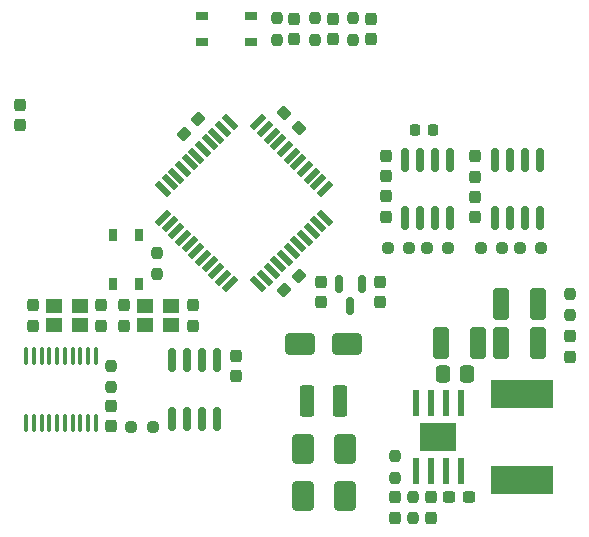
<source format=gbr>
%TF.GenerationSoftware,KiCad,Pcbnew,8.0.2*%
%TF.CreationDate,2024-06-12T01:24:27+02:00*%
%TF.ProjectId,JK-BMS_CAN,4a4b2d42-4d53-45f4-9341-4e2e6b696361,rev?*%
%TF.SameCoordinates,Original*%
%TF.FileFunction,Paste,Top*%
%TF.FilePolarity,Positive*%
%FSLAX46Y46*%
G04 Gerber Fmt 4.6, Leading zero omitted, Abs format (unit mm)*
G04 Created by KiCad (PCBNEW 8.0.2) date 2024-06-12 01:24:27*
%MOMM*%
%LPD*%
G01*
G04 APERTURE LIST*
G04 Aperture macros list*
%AMRoundRect*
0 Rectangle with rounded corners*
0 $1 Rounding radius*
0 $2 $3 $4 $5 $6 $7 $8 $9 X,Y pos of 4 corners*
0 Add a 4 corners polygon primitive as box body*
4,1,4,$2,$3,$4,$5,$6,$7,$8,$9,$2,$3,0*
0 Add four circle primitives for the rounded corners*
1,1,$1+$1,$2,$3*
1,1,$1+$1,$4,$5*
1,1,$1+$1,$6,$7*
1,1,$1+$1,$8,$9*
0 Add four rect primitives between the rounded corners*
20,1,$1+$1,$2,$3,$4,$5,0*
20,1,$1+$1,$4,$5,$6,$7,0*
20,1,$1+$1,$6,$7,$8,$9,0*
20,1,$1+$1,$8,$9,$2,$3,0*%
%AMRotRect*
0 Rectangle, with rotation*
0 The origin of the aperture is its center*
0 $1 length*
0 $2 width*
0 $3 Rotation angle, in degrees counterclockwise*
0 Add horizontal line*
21,1,$1,$2,0,0,$3*%
G04 Aperture macros list end*
%ADD10RoundRect,0.237500X0.237500X-0.287500X0.237500X0.287500X-0.237500X0.287500X-0.237500X-0.287500X0*%
%ADD11RoundRect,0.237500X0.237500X-0.300000X0.237500X0.300000X-0.237500X0.300000X-0.237500X-0.300000X0*%
%ADD12RoundRect,0.237500X0.250000X0.237500X-0.250000X0.237500X-0.250000X-0.237500X0.250000X-0.237500X0*%
%ADD13RoundRect,0.237500X-0.237500X0.300000X-0.237500X-0.300000X0.237500X-0.300000X0.237500X0.300000X0*%
%ADD14RoundRect,0.237500X-0.237500X0.250000X-0.237500X-0.250000X0.237500X-0.250000X0.237500X0.250000X0*%
%ADD15RoundRect,0.250000X1.000000X0.650000X-1.000000X0.650000X-1.000000X-0.650000X1.000000X-0.650000X0*%
%ADD16RoundRect,0.237500X-0.044194X-0.380070X0.380070X0.044194X0.044194X0.380070X-0.380070X-0.044194X0*%
%ADD17RoundRect,0.250000X-0.650000X1.000000X-0.650000X-1.000000X0.650000X-1.000000X0.650000X1.000000X0*%
%ADD18RoundRect,0.237500X0.237500X-0.250000X0.237500X0.250000X-0.237500X0.250000X-0.237500X-0.250000X0*%
%ADD19RoundRect,0.100000X-0.100000X0.637500X-0.100000X-0.637500X0.100000X-0.637500X0.100000X0.637500X0*%
%ADD20RoundRect,0.250000X-0.375000X-1.075000X0.375000X-1.075000X0.375000X1.075000X-0.375000X1.075000X0*%
%ADD21RoundRect,0.250000X-0.337500X-0.475000X0.337500X-0.475000X0.337500X0.475000X-0.337500X0.475000X0*%
%ADD22R,1.400000X1.200000*%
%ADD23RoundRect,0.150000X0.150000X-0.825000X0.150000X0.825000X-0.150000X0.825000X-0.150000X-0.825000X0*%
%ADD24R,5.334000X2.413000*%
%ADD25RoundRect,0.150000X-0.150000X0.825000X-0.150000X-0.825000X0.150000X-0.825000X0.150000X0.825000X0*%
%ADD26RoundRect,0.218750X0.218750X0.256250X-0.218750X0.256250X-0.218750X-0.256250X0.218750X-0.256250X0*%
%ADD27RoundRect,0.237500X0.044194X0.380070X-0.380070X-0.044194X-0.044194X-0.380070X0.380070X0.044194X0*%
%ADD28RoundRect,0.237500X-0.250000X-0.237500X0.250000X-0.237500X0.250000X0.237500X-0.250000X0.237500X0*%
%ADD29RoundRect,0.237500X-0.300000X-0.237500X0.300000X-0.237500X0.300000X0.237500X-0.300000X0.237500X0*%
%ADD30RoundRect,0.150000X-0.150000X0.587500X-0.150000X-0.587500X0.150000X-0.587500X0.150000X0.587500X0*%
%ADD31R,1.050000X0.650000*%
%ADD32RoundRect,0.250000X-0.412500X-1.100000X0.412500X-1.100000X0.412500X1.100000X-0.412500X1.100000X0*%
%ADD33R,3.100000X2.400000*%
%ADD34R,0.500000X2.200000*%
%ADD35RotRect,1.500000X0.550000X45.000000*%
%ADD36RotRect,1.500000X0.550000X135.000000*%
%ADD37RoundRect,0.250000X0.412500X1.100000X-0.412500X1.100000X-0.412500X-1.100000X0.412500X-1.100000X0*%
%ADD38R,0.650000X1.050000*%
%ADD39RoundRect,0.237500X0.380070X-0.044194X-0.044194X0.380070X-0.380070X0.044194X0.044194X-0.380070X0*%
G04 APERTURE END LIST*
D10*
%TO.C,D4*%
X131318000Y-103999000D03*
X131318000Y-102249000D03*
%TD*%
D11*
%TO.C,C21*%
X92500000Y-109862500D03*
X92500000Y-108137500D03*
%TD*%
D12*
%TO.C,R13*%
X96012500Y-109950000D03*
X94187500Y-109950000D03*
%TD*%
D11*
%TO.C,C15*%
X93600000Y-101362500D03*
X93600000Y-99637500D03*
%TD*%
D13*
%TO.C,C22*%
X103095000Y-103887500D03*
X103095000Y-105612500D03*
%TD*%
D14*
%TO.C,R7*%
X131318000Y-98655500D03*
X131318000Y-100480500D03*
%TD*%
D15*
%TO.C,D3*%
X112490000Y-102870000D03*
X108490000Y-102870000D03*
%TD*%
D14*
%TO.C,R5*%
X118033800Y-115851300D03*
X118033800Y-117676300D03*
%TD*%
D13*
%TO.C,C13*%
X110250000Y-97637500D03*
X110250000Y-99362500D03*
%TD*%
%TO.C,C14*%
X99400000Y-99637500D03*
X99400000Y-101362500D03*
%TD*%
D16*
%TO.C,C17*%
X98640120Y-85109880D03*
X99859880Y-83890120D03*
%TD*%
D13*
%TO.C,C9*%
X116509800Y-115901300D03*
X116509800Y-117626300D03*
%TD*%
D17*
%TO.C,D2*%
X112268000Y-111792000D03*
X112268000Y-115792000D03*
%TD*%
D12*
%TO.C,R3*%
X125610500Y-94750000D03*
X123785500Y-94750000D03*
%TD*%
D18*
%TO.C,R9*%
X106500000Y-77162500D03*
X106500000Y-75337500D03*
%TD*%
D19*
%TO.C,U6*%
X91175000Y-103887500D03*
X90525000Y-103887500D03*
X89875000Y-103887500D03*
X89225000Y-103887500D03*
X88575000Y-103887500D03*
X87925000Y-103887500D03*
X87275000Y-103887500D03*
X86625000Y-103887500D03*
X85975000Y-103887500D03*
X85325000Y-103887500D03*
X85325000Y-109612500D03*
X85975000Y-109612500D03*
X86625000Y-109612500D03*
X87275000Y-109612500D03*
X87925000Y-109612500D03*
X88575000Y-109612500D03*
X89225000Y-109612500D03*
X89875000Y-109612500D03*
X90525000Y-109612500D03*
X91175000Y-109612500D03*
%TD*%
D20*
%TO.C,F1*%
X109090000Y-107696000D03*
X111890000Y-107696000D03*
%TD*%
D13*
%TO.C,C19*%
X91650000Y-99637500D03*
X91650000Y-101362500D03*
%TD*%
D12*
%TO.C,R1*%
X117736500Y-94750000D03*
X115911500Y-94750000D03*
%TD*%
D21*
%TO.C,C2*%
X120552300Y-105460800D03*
X122627300Y-105460800D03*
%TD*%
D22*
%TO.C,Y2*%
X89850000Y-99700000D03*
X87650000Y-99700000D03*
X87650000Y-101300000D03*
X89850000Y-101300000D03*
%TD*%
D11*
%TO.C,C23*%
X84750000Y-84362500D03*
X84750000Y-82637500D03*
%TD*%
D14*
%TO.C,R8*%
X96400000Y-95187500D03*
X96400000Y-97012500D03*
%TD*%
D23*
%TO.C,U3*%
X124980400Y-92248500D03*
X126250400Y-92248500D03*
X127520400Y-92248500D03*
X128790400Y-92248500D03*
X128790400Y-87298500D03*
X127520400Y-87298500D03*
X126250400Y-87298500D03*
X124980400Y-87298500D03*
%TD*%
D24*
%TO.C,L1*%
X127304800Y-114413800D03*
X127304800Y-107175800D03*
%TD*%
D17*
%TO.C,D1*%
X108712000Y-111792000D03*
X108712000Y-115792000D03*
%TD*%
D10*
%TO.C,D8*%
X114500000Y-77125000D03*
X114500000Y-75375000D03*
%TD*%
D25*
%TO.C,U7*%
X101500000Y-104275000D03*
X100230000Y-104275000D03*
X98960000Y-104275000D03*
X97690000Y-104275000D03*
X97690000Y-109225000D03*
X98960000Y-109225000D03*
X100230000Y-109225000D03*
X101500000Y-109225000D03*
%TD*%
D26*
%TO.C,D5*%
X119787500Y-84750000D03*
X118212500Y-84750000D03*
%TD*%
D27*
%TO.C,C18*%
X108359880Y-97140120D03*
X107140120Y-98359880D03*
%TD*%
D18*
%TO.C,R11*%
X113000000Y-77162500D03*
X113000000Y-75337500D03*
%TD*%
D10*
%TO.C,D6*%
X108000000Y-77125000D03*
X108000000Y-75375000D03*
%TD*%
D28*
%TO.C,R4*%
X127087500Y-94750000D03*
X128912500Y-94750000D03*
%TD*%
D22*
%TO.C,Y1*%
X97600000Y-99700000D03*
X95400000Y-99700000D03*
X95400000Y-101300000D03*
X97600000Y-101300000D03*
%TD*%
D11*
%TO.C,C20*%
X85850000Y-101362500D03*
X85850000Y-99637500D03*
%TD*%
D29*
%TO.C,C6*%
X121108300Y-115874800D03*
X122833300Y-115874800D03*
%TD*%
D28*
%TO.C,R2*%
X119213500Y-94750000D03*
X121038500Y-94750000D03*
%TD*%
D30*
%TO.C,U4*%
X113700000Y-97812500D03*
X111800000Y-97812500D03*
X112750000Y-99687500D03*
%TD*%
D13*
%TO.C,C3*%
X119557800Y-115901300D03*
X119557800Y-117626300D03*
%TD*%
D31*
%TO.C,SW2*%
X104325000Y-77325000D03*
X100175000Y-77325000D03*
X104325000Y-75175000D03*
X100200000Y-75175000D03*
%TD*%
D14*
%TO.C,R12*%
X92500000Y-104737500D03*
X92500000Y-106562500D03*
%TD*%
D18*
%TO.C,R10*%
X109750000Y-77162500D03*
X109750000Y-75337500D03*
%TD*%
D13*
%TO.C,C7*%
X115750000Y-86958500D03*
X115750000Y-88683500D03*
%TD*%
D32*
%TO.C,C1*%
X120408300Y-102793800D03*
X123533300Y-102793800D03*
%TD*%
D10*
%TO.C,D7*%
X111250000Y-77125000D03*
X111250000Y-75375000D03*
%TD*%
D11*
%TO.C,C5*%
X123326400Y-92160000D03*
X123326400Y-90435000D03*
%TD*%
D33*
%TO.C,U1*%
X120192800Y-110794800D03*
D34*
X122097800Y-107919800D03*
X120827800Y-107919800D03*
X119557800Y-107919800D03*
X118287800Y-107919800D03*
X118287800Y-113669800D03*
X119557800Y-113669800D03*
X120827800Y-113669800D03*
X122097800Y-113669800D03*
%TD*%
D35*
%TO.C,U5*%
X96891064Y-92202082D03*
X97456750Y-92767767D03*
X98022435Y-93333452D03*
X98588120Y-93899138D03*
X99153806Y-94464823D03*
X99719491Y-95030509D03*
X100285177Y-95596194D03*
X100850862Y-96161880D03*
X101416548Y-96727565D03*
X101982233Y-97293250D03*
X102547918Y-97858936D03*
D36*
X104952082Y-97858936D03*
X105517767Y-97293250D03*
X106083452Y-96727565D03*
X106649138Y-96161880D03*
X107214823Y-95596194D03*
X107780509Y-95030509D03*
X108346194Y-94464823D03*
X108911880Y-93899138D03*
X109477565Y-93333452D03*
X110043250Y-92767767D03*
X110608936Y-92202082D03*
D35*
X110608936Y-89797918D03*
X110043250Y-89232233D03*
X109477565Y-88666548D03*
X108911880Y-88100862D03*
X108346194Y-87535177D03*
X107780509Y-86969491D03*
X107214823Y-86403806D03*
X106649138Y-85838120D03*
X106083452Y-85272435D03*
X105517767Y-84706750D03*
X104952082Y-84141064D03*
D36*
X102547918Y-84141064D03*
X101982233Y-84706750D03*
X101416548Y-85272435D03*
X100850862Y-85838120D03*
X100285177Y-86403806D03*
X99719491Y-86969491D03*
X99153806Y-87535177D03*
X98588120Y-88100862D03*
X98022435Y-88666548D03*
X97456750Y-89232233D03*
X96891064Y-89797918D03*
%TD*%
D37*
%TO.C,C10*%
X128613300Y-102793800D03*
X125488300Y-102793800D03*
%TD*%
D38*
%TO.C,SW1*%
X92675000Y-97825000D03*
X92675000Y-93675000D03*
X94825000Y-97825000D03*
X94825000Y-93700000D03*
%TD*%
D14*
%TO.C,R6*%
X116509800Y-112422300D03*
X116509800Y-114247300D03*
%TD*%
D39*
%TO.C,C16*%
X108359880Y-84609880D03*
X107140120Y-83390120D03*
%TD*%
D37*
%TO.C,C11*%
X128613300Y-99491800D03*
X125488300Y-99491800D03*
%TD*%
D11*
%TO.C,C4*%
X115750000Y-92112500D03*
X115750000Y-90387500D03*
%TD*%
D13*
%TO.C,C8*%
X123326400Y-87006000D03*
X123326400Y-88731000D03*
%TD*%
D23*
%TO.C,U2*%
X117383400Y-92248500D03*
X118653400Y-92248500D03*
X119923400Y-92248500D03*
X121193400Y-92248500D03*
X121193400Y-87298500D03*
X119923400Y-87298500D03*
X118653400Y-87298500D03*
X117383400Y-87298500D03*
%TD*%
D13*
%TO.C,C12*%
X115250000Y-97637500D03*
X115250000Y-99362500D03*
%TD*%
M02*

</source>
